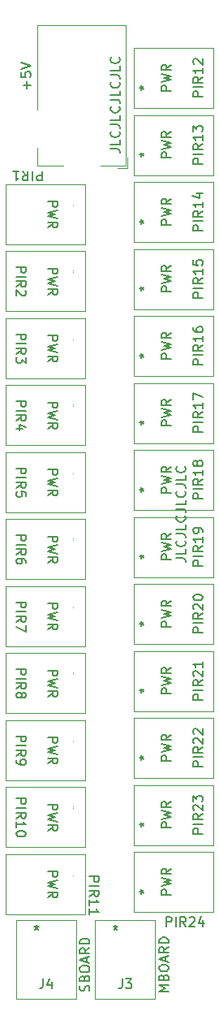
<source format=gto>
%TF.GenerationSoftware,KiCad,Pcbnew,5.1.10*%
%TF.CreationDate,2021-12-13T09:13:28+01:00*%
%TF.ProjectId,power_board,706f7765-725f-4626-9f61-72642e6b6963,rev?*%
%TF.SameCoordinates,Original*%
%TF.FileFunction,Legend,Top*%
%TF.FilePolarity,Positive*%
%FSLAX46Y46*%
G04 Gerber Fmt 4.6, Leading zero omitted, Abs format (unit mm)*
G04 Created by KiCad (PCBNEW 5.1.10) date 2021-12-13 09:13:28*
%MOMM*%
%LPD*%
G01*
G04 APERTURE LIST*
%ADD10C,0.150000*%
%ADD11C,0.153000*%
%ADD12C,0.120000*%
%ADD13C,1.397000*%
%ADD14R,3.500000X3.500000*%
G04 APERTURE END LIST*
D10*
X103592380Y-35607047D02*
X104306666Y-35607047D01*
X104449523Y-35654666D01*
X104544761Y-35749904D01*
X104592380Y-35892761D01*
X104592380Y-35988000D01*
X104592380Y-34654666D02*
X104592380Y-35130857D01*
X103592380Y-35130857D01*
X104497142Y-33749904D02*
X104544761Y-33797523D01*
X104592380Y-33940380D01*
X104592380Y-34035619D01*
X104544761Y-34178476D01*
X104449523Y-34273714D01*
X104354285Y-34321333D01*
X104163809Y-34368952D01*
X104020952Y-34368952D01*
X103830476Y-34321333D01*
X103735238Y-34273714D01*
X103640000Y-34178476D01*
X103592380Y-34035619D01*
X103592380Y-33940380D01*
X103640000Y-33797523D01*
X103687619Y-33749904D01*
X103592380Y-33035619D02*
X104306666Y-33035619D01*
X104449523Y-33083238D01*
X104544761Y-33178476D01*
X104592380Y-33321333D01*
X104592380Y-33416571D01*
X104592380Y-32083238D02*
X104592380Y-32559428D01*
X103592380Y-32559428D01*
X104497142Y-31178476D02*
X104544761Y-31226095D01*
X104592380Y-31368952D01*
X104592380Y-31464190D01*
X104544761Y-31607047D01*
X104449523Y-31702285D01*
X104354285Y-31749904D01*
X104163809Y-31797523D01*
X104020952Y-31797523D01*
X103830476Y-31749904D01*
X103735238Y-31702285D01*
X103640000Y-31607047D01*
X103592380Y-31464190D01*
X103592380Y-31368952D01*
X103640000Y-31226095D01*
X103687619Y-31178476D01*
X103592380Y-30464190D02*
X104306666Y-30464190D01*
X104449523Y-30511809D01*
X104544761Y-30607047D01*
X104592380Y-30749904D01*
X104592380Y-30845142D01*
X104592380Y-29511809D02*
X104592380Y-29988000D01*
X103592380Y-29988000D01*
X104497142Y-28607047D02*
X104544761Y-28654666D01*
X104592380Y-28797523D01*
X104592380Y-28892761D01*
X104544761Y-29035619D01*
X104449523Y-29130857D01*
X104354285Y-29178476D01*
X104163809Y-29226095D01*
X104020952Y-29226095D01*
X103830476Y-29178476D01*
X103735238Y-29130857D01*
X103640000Y-29035619D01*
X103592380Y-28892761D01*
X103592380Y-28797523D01*
X103640000Y-28654666D01*
X103687619Y-28607047D01*
X103592380Y-27892761D02*
X104306666Y-27892761D01*
X104449523Y-27940380D01*
X104544761Y-28035619D01*
X104592380Y-28178476D01*
X104592380Y-28273714D01*
X104592380Y-26940380D02*
X104592380Y-27416571D01*
X103592380Y-27416571D01*
X104497142Y-26035619D02*
X104544761Y-26083238D01*
X104592380Y-26226095D01*
X104592380Y-26321333D01*
X104544761Y-26464190D01*
X104449523Y-26559428D01*
X104354285Y-26607047D01*
X104163809Y-26654666D01*
X104020952Y-26654666D01*
X103830476Y-26607047D01*
X103735238Y-26559428D01*
X103640000Y-26464190D01*
X103592380Y-26321333D01*
X103592380Y-26226095D01*
X103640000Y-26083238D01*
X103687619Y-26035619D01*
D11*
X110450380Y-78279047D02*
X111164666Y-78279047D01*
X111307523Y-78326666D01*
X111402761Y-78421904D01*
X111450380Y-78564761D01*
X111450380Y-78660000D01*
X111450380Y-77326666D02*
X111450380Y-77802857D01*
X110450380Y-77802857D01*
X111355142Y-76421904D02*
X111402761Y-76469523D01*
X111450380Y-76612380D01*
X111450380Y-76707619D01*
X111402761Y-76850476D01*
X111307523Y-76945714D01*
X111212285Y-76993333D01*
X111021809Y-77040952D01*
X110878952Y-77040952D01*
X110688476Y-76993333D01*
X110593238Y-76945714D01*
X110498000Y-76850476D01*
X110450380Y-76707619D01*
X110450380Y-76612380D01*
X110498000Y-76469523D01*
X110545619Y-76421904D01*
X110450380Y-75707619D02*
X111164666Y-75707619D01*
X111307523Y-75755238D01*
X111402761Y-75850476D01*
X111450380Y-75993333D01*
X111450380Y-76088571D01*
X111450380Y-74755238D02*
X111450380Y-75231428D01*
X110450380Y-75231428D01*
X111355142Y-73850476D02*
X111402761Y-73898095D01*
X111450380Y-74040952D01*
X111450380Y-74136190D01*
X111402761Y-74279047D01*
X111307523Y-74374285D01*
X111212285Y-74421904D01*
X111021809Y-74469523D01*
X110878952Y-74469523D01*
X110688476Y-74421904D01*
X110593238Y-74374285D01*
X110498000Y-74279047D01*
X110450380Y-74136190D01*
X110450380Y-74040952D01*
X110498000Y-73898095D01*
X110545619Y-73850476D01*
X110450380Y-73136190D02*
X111164666Y-73136190D01*
X111307523Y-73183809D01*
X111402761Y-73279047D01*
X111450380Y-73421904D01*
X111450380Y-73517142D01*
X111450380Y-72183809D02*
X111450380Y-72660000D01*
X110450380Y-72660000D01*
X111355142Y-71279047D02*
X111402761Y-71326666D01*
X111450380Y-71469523D01*
X111450380Y-71564761D01*
X111402761Y-71707619D01*
X111307523Y-71802857D01*
X111212285Y-71850476D01*
X111021809Y-71898095D01*
X110878952Y-71898095D01*
X110688476Y-71850476D01*
X110593238Y-71802857D01*
X110498000Y-71707619D01*
X110450380Y-71564761D01*
X110450380Y-71469523D01*
X110498000Y-71326666D01*
X110545619Y-71279047D01*
X110450380Y-70564761D02*
X111164666Y-70564761D01*
X111307523Y-70612380D01*
X111402761Y-70707619D01*
X111450380Y-70850476D01*
X111450380Y-70945714D01*
X111450380Y-69612380D02*
X111450380Y-70088571D01*
X110450380Y-70088571D01*
X111355142Y-68707619D02*
X111402761Y-68755238D01*
X111450380Y-68898095D01*
X111450380Y-68993333D01*
X111402761Y-69136190D01*
X111307523Y-69231428D01*
X111212285Y-69279047D01*
X111021809Y-69326666D01*
X110878952Y-69326666D01*
X110688476Y-69279047D01*
X110593238Y-69231428D01*
X110498000Y-69136190D01*
X110450380Y-68993333D01*
X110450380Y-68898095D01*
X110498000Y-68755238D01*
X110545619Y-68707619D01*
D12*
X102015801Y-115978000D02*
X102015801Y-124233000D01*
X108264201Y-115978000D02*
X102015801Y-115978000D01*
X108264201Y-124233000D02*
X108264201Y-115978000D01*
X102015801Y-124233000D02*
X108264201Y-124233000D01*
X93760800Y-115978000D02*
X93760800Y-124233000D01*
X100009200Y-115978000D02*
X93760800Y-115978000D01*
X100009200Y-124233000D02*
X100009200Y-115978000D01*
X93760800Y-124233000D02*
X100009200Y-124233000D01*
X100938000Y-95157800D02*
X92683000Y-95157800D01*
X100938000Y-101406200D02*
X100938000Y-95157800D01*
X92683000Y-101406200D02*
X100938000Y-101406200D01*
X92683000Y-95157800D02*
X92683000Y-101406200D01*
X100938000Y-88172800D02*
X92683000Y-88172800D01*
X100938000Y-94421200D02*
X100938000Y-88172800D01*
X92683000Y-94421200D02*
X100938000Y-94421200D01*
X92683000Y-88172800D02*
X92683000Y-94421200D01*
X100938000Y-81187800D02*
X92683000Y-81187800D01*
X100938000Y-87436200D02*
X100938000Y-81187800D01*
X92683000Y-87436200D02*
X100938000Y-87436200D01*
X92683000Y-81187800D02*
X92683000Y-87436200D01*
X100938000Y-74202800D02*
X92683000Y-74202800D01*
X100938000Y-80451200D02*
X100938000Y-74202800D01*
X92683000Y-80451200D02*
X100938000Y-80451200D01*
X92683000Y-74202800D02*
X92683000Y-80451200D01*
X100938000Y-67217800D02*
X92683000Y-67217800D01*
X100938000Y-73466200D02*
X100938000Y-67217800D01*
X92683000Y-73466200D02*
X100938000Y-73466200D01*
X92683000Y-67217800D02*
X92683000Y-73466200D01*
X100938000Y-60232800D02*
X92683000Y-60232800D01*
X100938000Y-66481200D02*
X100938000Y-60232800D01*
X92683000Y-66481200D02*
X100938000Y-66481200D01*
X92683000Y-60232800D02*
X92683000Y-66481200D01*
X100938000Y-53247801D02*
X92683000Y-53247801D01*
X100938000Y-59496201D02*
X100938000Y-53247801D01*
X92683000Y-59496201D02*
X100938000Y-59496201D01*
X92683000Y-53247801D02*
X92683000Y-59496201D01*
X100938000Y-46262800D02*
X92683000Y-46262800D01*
X100938000Y-52511200D02*
X100938000Y-46262800D01*
X92683000Y-52511200D02*
X100938000Y-52511200D01*
X92683000Y-46262800D02*
X92683000Y-52511200D01*
X100938000Y-39277801D02*
X92683000Y-39277801D01*
X100938000Y-45526201D02*
X100938000Y-39277801D01*
X92683000Y-45526201D02*
X100938000Y-45526201D01*
X92683000Y-39277801D02*
X92683000Y-45526201D01*
X100938000Y-102142800D02*
X92683000Y-102142800D01*
X100938000Y-108391200D02*
X100938000Y-102142800D01*
X92683000Y-108391200D02*
X100938000Y-108391200D01*
X92683000Y-102142800D02*
X92683000Y-108391200D01*
X100938000Y-109127800D02*
X92683000Y-109127800D01*
X100938000Y-115376200D02*
X100938000Y-109127800D01*
X92683000Y-115376200D02*
X100938000Y-115376200D01*
X92683000Y-109127800D02*
X92683000Y-115376200D01*
X106072000Y-31334200D02*
X114327000Y-31334200D01*
X106072000Y-25085800D02*
X106072000Y-31334200D01*
X114327000Y-25085800D02*
X106072000Y-25085800D01*
X114327000Y-31334200D02*
X114327000Y-25085800D01*
X106072000Y-38319200D02*
X114327000Y-38319200D01*
X106072000Y-32070800D02*
X106072000Y-38319200D01*
X114327000Y-32070800D02*
X106072000Y-32070800D01*
X114327000Y-38319200D02*
X114327000Y-32070800D01*
X106072000Y-45304200D02*
X114327000Y-45304200D01*
X106072000Y-39055800D02*
X106072000Y-45304200D01*
X114327000Y-39055800D02*
X106072000Y-39055800D01*
X114327000Y-45304200D02*
X114327000Y-39055800D01*
X106072000Y-52289199D02*
X114327000Y-52289199D01*
X106072000Y-46040799D02*
X106072000Y-52289199D01*
X114327000Y-46040799D02*
X106072000Y-46040799D01*
X114327000Y-52289199D02*
X114327000Y-46040799D01*
X106072000Y-59274200D02*
X114327000Y-59274200D01*
X106072000Y-53025800D02*
X106072000Y-59274200D01*
X114327000Y-53025800D02*
X106072000Y-53025800D01*
X114327000Y-59274200D02*
X114327000Y-53025800D01*
X106072000Y-66259199D02*
X114327000Y-66259199D01*
X106072000Y-60010799D02*
X106072000Y-66259199D01*
X114327000Y-60010799D02*
X106072000Y-60010799D01*
X114327000Y-66259199D02*
X114327000Y-60010799D01*
X106072000Y-73244200D02*
X114327000Y-73244200D01*
X106072000Y-66995800D02*
X106072000Y-73244200D01*
X114327000Y-66995800D02*
X106072000Y-66995800D01*
X114327000Y-73244200D02*
X114327000Y-66995800D01*
X106072000Y-80229199D02*
X114327000Y-80229199D01*
X106072000Y-73980799D02*
X106072000Y-80229199D01*
X114327000Y-73980799D02*
X106072000Y-73980799D01*
X114327000Y-80229199D02*
X114327000Y-73980799D01*
X106072000Y-87214200D02*
X114327000Y-87214200D01*
X106072000Y-80965800D02*
X106072000Y-87214200D01*
X114327000Y-80965800D02*
X106072000Y-80965800D01*
X114327000Y-87214200D02*
X114327000Y-80965800D01*
X106072000Y-94199200D02*
X114327000Y-94199200D01*
X106072000Y-87950800D02*
X106072000Y-94199200D01*
X114327000Y-87950800D02*
X106072000Y-87950800D01*
X114327000Y-94199200D02*
X114327000Y-87950800D01*
X106072000Y-101184200D02*
X114327000Y-101184200D01*
X106072000Y-94935800D02*
X106072000Y-101184200D01*
X114327000Y-94935800D02*
X106072000Y-94935800D01*
X114327000Y-101184200D02*
X114327000Y-94935800D01*
X106072000Y-108169200D02*
X114327000Y-108169200D01*
X106072000Y-101920800D02*
X106072000Y-108169200D01*
X114327000Y-101920800D02*
X106072000Y-101920800D01*
X114327000Y-108169200D02*
X114327000Y-101920800D01*
X106072000Y-115154199D02*
X114327000Y-115154199D01*
X106072000Y-108905799D02*
X106072000Y-115154199D01*
X114327000Y-108905799D02*
X106072000Y-108905799D01*
X114327000Y-115154199D02*
X114327000Y-108905799D01*
X105185000Y-37380000D02*
X102585000Y-37380000D01*
X105185000Y-22680000D02*
X105185000Y-37380000D01*
X95985000Y-37380000D02*
X95985000Y-35480000D01*
X98685000Y-37380000D02*
X95985000Y-37380000D01*
X95985000Y-22680000D02*
X105185000Y-22680000D01*
X95985000Y-31480000D02*
X95985000Y-22680000D01*
X105385000Y-36530000D02*
X105385000Y-37580000D01*
X104335000Y-37580000D02*
X105385000Y-37580000D01*
D10*
X104822667Y-122134380D02*
X104822667Y-122848666D01*
X104775048Y-122991523D01*
X104679810Y-123086761D01*
X104536953Y-123134380D01*
X104441715Y-123134380D01*
X105203620Y-122134380D02*
X105822667Y-122134380D01*
X105489334Y-122515333D01*
X105632191Y-122515333D01*
X105727429Y-122562952D01*
X105775048Y-122610571D01*
X105822667Y-122705809D01*
X105822667Y-122943904D01*
X105775048Y-123039142D01*
X105727429Y-123086761D01*
X105632191Y-123134380D01*
X105346477Y-123134380D01*
X105251239Y-123086761D01*
X105203620Y-123039142D01*
X109672380Y-123435714D02*
X108672380Y-123435714D01*
X109386666Y-123102380D01*
X108672380Y-122769047D01*
X109672380Y-122769047D01*
X109148571Y-121959523D02*
X109196190Y-121816666D01*
X109243809Y-121769047D01*
X109339047Y-121721428D01*
X109481904Y-121721428D01*
X109577142Y-121769047D01*
X109624761Y-121816666D01*
X109672380Y-121911904D01*
X109672380Y-122292857D01*
X108672380Y-122292857D01*
X108672380Y-121959523D01*
X108720000Y-121864285D01*
X108767619Y-121816666D01*
X108862857Y-121769047D01*
X108958095Y-121769047D01*
X109053333Y-121816666D01*
X109100952Y-121864285D01*
X109148571Y-121959523D01*
X109148571Y-122292857D01*
X108672380Y-121102380D02*
X108672380Y-120911904D01*
X108720000Y-120816666D01*
X108815238Y-120721428D01*
X109005714Y-120673809D01*
X109339047Y-120673809D01*
X109529523Y-120721428D01*
X109624761Y-120816666D01*
X109672380Y-120911904D01*
X109672380Y-121102380D01*
X109624761Y-121197619D01*
X109529523Y-121292857D01*
X109339047Y-121340476D01*
X109005714Y-121340476D01*
X108815238Y-121292857D01*
X108720000Y-121197619D01*
X108672380Y-121102380D01*
X109386666Y-120292857D02*
X109386666Y-119816666D01*
X109672380Y-120388095D02*
X108672380Y-120054761D01*
X109672380Y-119721428D01*
X109672380Y-118816666D02*
X109196190Y-119150000D01*
X109672380Y-119388095D02*
X108672380Y-119388095D01*
X108672380Y-119007142D01*
X108720000Y-118911904D01*
X108767619Y-118864285D01*
X108862857Y-118816666D01*
X109005714Y-118816666D01*
X109100952Y-118864285D01*
X109148571Y-118911904D01*
X109196190Y-119007142D01*
X109196190Y-119388095D01*
X109672380Y-118388095D02*
X108672380Y-118388095D01*
X108672380Y-118150000D01*
X108720000Y-118007142D01*
X108815238Y-117911904D01*
X108910476Y-117864285D01*
X109100952Y-117816666D01*
X109243809Y-117816666D01*
X109434285Y-117864285D01*
X109529523Y-117911904D01*
X109624761Y-118007142D01*
X109672380Y-118150000D01*
X109672380Y-118388095D01*
X104140001Y-116546380D02*
X104140001Y-116784476D01*
X103901905Y-116689238D02*
X104140001Y-116784476D01*
X104378096Y-116689238D01*
X103997143Y-116974952D02*
X104140001Y-116784476D01*
X104282858Y-116974952D01*
X96567666Y-122134380D02*
X96567666Y-122848666D01*
X96520047Y-122991523D01*
X96424809Y-123086761D01*
X96281952Y-123134380D01*
X96186714Y-123134380D01*
X97472428Y-122467714D02*
X97472428Y-123134380D01*
X97234333Y-122086761D02*
X96996238Y-122801047D01*
X97615285Y-122801047D01*
X101369761Y-123388095D02*
X101417380Y-123245238D01*
X101417380Y-123007142D01*
X101369761Y-122911904D01*
X101322142Y-122864285D01*
X101226904Y-122816666D01*
X101131666Y-122816666D01*
X101036428Y-122864285D01*
X100988809Y-122911904D01*
X100941190Y-123007142D01*
X100893571Y-123197619D01*
X100845952Y-123292857D01*
X100798333Y-123340476D01*
X100703095Y-123388095D01*
X100607857Y-123388095D01*
X100512619Y-123340476D01*
X100465000Y-123292857D01*
X100417380Y-123197619D01*
X100417380Y-122959523D01*
X100465000Y-122816666D01*
X100893571Y-122054761D02*
X100941190Y-121911904D01*
X100988809Y-121864285D01*
X101084047Y-121816666D01*
X101226904Y-121816666D01*
X101322142Y-121864285D01*
X101369761Y-121911904D01*
X101417380Y-122007142D01*
X101417380Y-122388095D01*
X100417380Y-122388095D01*
X100417380Y-122054761D01*
X100465000Y-121959523D01*
X100512619Y-121911904D01*
X100607857Y-121864285D01*
X100703095Y-121864285D01*
X100798333Y-121911904D01*
X100845952Y-121959523D01*
X100893571Y-122054761D01*
X100893571Y-122388095D01*
X100417380Y-121197619D02*
X100417380Y-121007142D01*
X100465000Y-120911904D01*
X100560238Y-120816666D01*
X100750714Y-120769047D01*
X101084047Y-120769047D01*
X101274523Y-120816666D01*
X101369761Y-120911904D01*
X101417380Y-121007142D01*
X101417380Y-121197619D01*
X101369761Y-121292857D01*
X101274523Y-121388095D01*
X101084047Y-121435714D01*
X100750714Y-121435714D01*
X100560238Y-121388095D01*
X100465000Y-121292857D01*
X100417380Y-121197619D01*
X101131666Y-120388095D02*
X101131666Y-119911904D01*
X101417380Y-120483333D02*
X100417380Y-120150000D01*
X101417380Y-119816666D01*
X101417380Y-118911904D02*
X100941190Y-119245238D01*
X101417380Y-119483333D02*
X100417380Y-119483333D01*
X100417380Y-119102380D01*
X100465000Y-119007142D01*
X100512619Y-118959523D01*
X100607857Y-118911904D01*
X100750714Y-118911904D01*
X100845952Y-118959523D01*
X100893571Y-119007142D01*
X100941190Y-119102380D01*
X100941190Y-119483333D01*
X101417380Y-118483333D02*
X100417380Y-118483333D01*
X100417380Y-118245238D01*
X100465000Y-118102380D01*
X100560238Y-118007142D01*
X100655476Y-117959523D01*
X100845952Y-117911904D01*
X100988809Y-117911904D01*
X101179285Y-117959523D01*
X101274523Y-118007142D01*
X101369761Y-118102380D01*
X101417380Y-118245238D01*
X101417380Y-118483333D01*
X95885000Y-116546380D02*
X95885000Y-116784476D01*
X95646904Y-116689238D02*
X95885000Y-116784476D01*
X96123095Y-116689238D01*
X95742142Y-116974952D02*
X95885000Y-116784476D01*
X96027857Y-116974952D01*
X93781619Y-96821809D02*
X94781619Y-96821809D01*
X94781619Y-97202761D01*
X94734000Y-97298000D01*
X94686380Y-97345619D01*
X94591142Y-97393238D01*
X94448285Y-97393238D01*
X94353047Y-97345619D01*
X94305428Y-97298000D01*
X94257809Y-97202761D01*
X94257809Y-96821809D01*
X93781619Y-97821809D02*
X94781619Y-97821809D01*
X93781619Y-98869428D02*
X94257809Y-98536095D01*
X93781619Y-98298000D02*
X94781619Y-98298000D01*
X94781619Y-98678952D01*
X94734000Y-98774190D01*
X94686380Y-98821809D01*
X94591142Y-98869428D01*
X94448285Y-98869428D01*
X94353047Y-98821809D01*
X94305428Y-98774190D01*
X94257809Y-98678952D01*
X94257809Y-98298000D01*
X93781619Y-99345619D02*
X93781619Y-99536095D01*
X93829238Y-99631333D01*
X93876857Y-99678952D01*
X94019714Y-99774190D01*
X94210190Y-99821809D01*
X94591142Y-99821809D01*
X94686380Y-99774190D01*
X94734000Y-99726571D01*
X94781619Y-99631333D01*
X94781619Y-99440857D01*
X94734000Y-99345619D01*
X94686380Y-99298000D01*
X94591142Y-99250380D01*
X94353047Y-99250380D01*
X94257809Y-99298000D01*
X94210190Y-99345619D01*
X94162571Y-99440857D01*
X94162571Y-99631333D01*
X94210190Y-99726571D01*
X94257809Y-99774190D01*
X94353047Y-99821809D01*
X97083619Y-96964666D02*
X98083619Y-96964666D01*
X98083619Y-97345619D01*
X98036000Y-97440857D01*
X97988380Y-97488476D01*
X97893142Y-97536095D01*
X97750285Y-97536095D01*
X97655047Y-97488476D01*
X97607428Y-97440857D01*
X97559809Y-97345619D01*
X97559809Y-96964666D01*
X98083619Y-97869428D02*
X97083619Y-98107523D01*
X97797904Y-98298000D01*
X97083619Y-98488476D01*
X98083619Y-98726571D01*
X97083619Y-99678952D02*
X97559809Y-99345619D01*
X97083619Y-99107523D02*
X98083619Y-99107523D01*
X98083619Y-99488476D01*
X98036000Y-99583714D01*
X97988380Y-99631333D01*
X97893142Y-99678952D01*
X97750285Y-99678952D01*
X97655047Y-99631333D01*
X97607428Y-99583714D01*
X97559809Y-99488476D01*
X97559809Y-99107523D01*
X99274380Y-97282000D02*
X99512476Y-97282000D01*
X99417238Y-97520095D02*
X99512476Y-97282000D01*
X99417238Y-97043904D01*
X99702952Y-97424857D02*
X99512476Y-97282000D01*
X99702952Y-97139142D01*
X93781619Y-89836809D02*
X94781619Y-89836809D01*
X94781619Y-90217761D01*
X94734000Y-90313000D01*
X94686380Y-90360619D01*
X94591142Y-90408238D01*
X94448285Y-90408238D01*
X94353047Y-90360619D01*
X94305428Y-90313000D01*
X94257809Y-90217761D01*
X94257809Y-89836809D01*
X93781619Y-90836809D02*
X94781619Y-90836809D01*
X93781619Y-91884428D02*
X94257809Y-91551095D01*
X93781619Y-91313000D02*
X94781619Y-91313000D01*
X94781619Y-91693952D01*
X94734000Y-91789190D01*
X94686380Y-91836809D01*
X94591142Y-91884428D01*
X94448285Y-91884428D01*
X94353047Y-91836809D01*
X94305428Y-91789190D01*
X94257809Y-91693952D01*
X94257809Y-91313000D01*
X94353047Y-92455857D02*
X94400666Y-92360619D01*
X94448285Y-92313000D01*
X94543523Y-92265380D01*
X94591142Y-92265380D01*
X94686380Y-92313000D01*
X94734000Y-92360619D01*
X94781619Y-92455857D01*
X94781619Y-92646333D01*
X94734000Y-92741571D01*
X94686380Y-92789190D01*
X94591142Y-92836809D01*
X94543523Y-92836809D01*
X94448285Y-92789190D01*
X94400666Y-92741571D01*
X94353047Y-92646333D01*
X94353047Y-92455857D01*
X94305428Y-92360619D01*
X94257809Y-92313000D01*
X94162571Y-92265380D01*
X93972095Y-92265380D01*
X93876857Y-92313000D01*
X93829238Y-92360619D01*
X93781619Y-92455857D01*
X93781619Y-92646333D01*
X93829238Y-92741571D01*
X93876857Y-92789190D01*
X93972095Y-92836809D01*
X94162571Y-92836809D01*
X94257809Y-92789190D01*
X94305428Y-92741571D01*
X94353047Y-92646333D01*
X97083619Y-89979666D02*
X98083619Y-89979666D01*
X98083619Y-90360619D01*
X98036000Y-90455857D01*
X97988380Y-90503476D01*
X97893142Y-90551095D01*
X97750285Y-90551095D01*
X97655047Y-90503476D01*
X97607428Y-90455857D01*
X97559809Y-90360619D01*
X97559809Y-89979666D01*
X98083619Y-90884428D02*
X97083619Y-91122523D01*
X97797904Y-91313000D01*
X97083619Y-91503476D01*
X98083619Y-91741571D01*
X97083619Y-92693952D02*
X97559809Y-92360619D01*
X97083619Y-92122523D02*
X98083619Y-92122523D01*
X98083619Y-92503476D01*
X98036000Y-92598714D01*
X97988380Y-92646333D01*
X97893142Y-92693952D01*
X97750285Y-92693952D01*
X97655047Y-92646333D01*
X97607428Y-92598714D01*
X97559809Y-92503476D01*
X97559809Y-92122523D01*
X99274380Y-90297000D02*
X99512476Y-90297000D01*
X99417238Y-90535095D02*
X99512476Y-90297000D01*
X99417238Y-90058904D01*
X99702952Y-90439857D02*
X99512476Y-90297000D01*
X99702952Y-90154142D01*
X93781619Y-82851809D02*
X94781619Y-82851809D01*
X94781619Y-83232761D01*
X94734000Y-83328000D01*
X94686380Y-83375619D01*
X94591142Y-83423238D01*
X94448285Y-83423238D01*
X94353047Y-83375619D01*
X94305428Y-83328000D01*
X94257809Y-83232761D01*
X94257809Y-82851809D01*
X93781619Y-83851809D02*
X94781619Y-83851809D01*
X93781619Y-84899428D02*
X94257809Y-84566095D01*
X93781619Y-84328000D02*
X94781619Y-84328000D01*
X94781619Y-84708952D01*
X94734000Y-84804190D01*
X94686380Y-84851809D01*
X94591142Y-84899428D01*
X94448285Y-84899428D01*
X94353047Y-84851809D01*
X94305428Y-84804190D01*
X94257809Y-84708952D01*
X94257809Y-84328000D01*
X94781619Y-85232761D02*
X94781619Y-85899428D01*
X93781619Y-85470857D01*
X97083619Y-82994666D02*
X98083619Y-82994666D01*
X98083619Y-83375619D01*
X98036000Y-83470857D01*
X97988380Y-83518476D01*
X97893142Y-83566095D01*
X97750285Y-83566095D01*
X97655047Y-83518476D01*
X97607428Y-83470857D01*
X97559809Y-83375619D01*
X97559809Y-82994666D01*
X98083619Y-83899428D02*
X97083619Y-84137523D01*
X97797904Y-84328000D01*
X97083619Y-84518476D01*
X98083619Y-84756571D01*
X97083619Y-85708952D02*
X97559809Y-85375619D01*
X97083619Y-85137523D02*
X98083619Y-85137523D01*
X98083619Y-85518476D01*
X98036000Y-85613714D01*
X97988380Y-85661333D01*
X97893142Y-85708952D01*
X97750285Y-85708952D01*
X97655047Y-85661333D01*
X97607428Y-85613714D01*
X97559809Y-85518476D01*
X97559809Y-85137523D01*
X99274380Y-83312000D02*
X99512476Y-83312000D01*
X99417238Y-83550095D02*
X99512476Y-83312000D01*
X99417238Y-83073904D01*
X99702952Y-83454857D02*
X99512476Y-83312000D01*
X99702952Y-83169142D01*
X93781619Y-75866809D02*
X94781619Y-75866809D01*
X94781619Y-76247761D01*
X94734000Y-76343000D01*
X94686380Y-76390619D01*
X94591142Y-76438238D01*
X94448285Y-76438238D01*
X94353047Y-76390619D01*
X94305428Y-76343000D01*
X94257809Y-76247761D01*
X94257809Y-75866809D01*
X93781619Y-76866809D02*
X94781619Y-76866809D01*
X93781619Y-77914428D02*
X94257809Y-77581095D01*
X93781619Y-77343000D02*
X94781619Y-77343000D01*
X94781619Y-77723952D01*
X94734000Y-77819190D01*
X94686380Y-77866809D01*
X94591142Y-77914428D01*
X94448285Y-77914428D01*
X94353047Y-77866809D01*
X94305428Y-77819190D01*
X94257809Y-77723952D01*
X94257809Y-77343000D01*
X94781619Y-78771571D02*
X94781619Y-78581095D01*
X94734000Y-78485857D01*
X94686380Y-78438238D01*
X94543523Y-78343000D01*
X94353047Y-78295380D01*
X93972095Y-78295380D01*
X93876857Y-78343000D01*
X93829238Y-78390619D01*
X93781619Y-78485857D01*
X93781619Y-78676333D01*
X93829238Y-78771571D01*
X93876857Y-78819190D01*
X93972095Y-78866809D01*
X94210190Y-78866809D01*
X94305428Y-78819190D01*
X94353047Y-78771571D01*
X94400666Y-78676333D01*
X94400666Y-78485857D01*
X94353047Y-78390619D01*
X94305428Y-78343000D01*
X94210190Y-78295380D01*
X97083619Y-76009666D02*
X98083619Y-76009666D01*
X98083619Y-76390619D01*
X98036000Y-76485857D01*
X97988380Y-76533476D01*
X97893142Y-76581095D01*
X97750285Y-76581095D01*
X97655047Y-76533476D01*
X97607428Y-76485857D01*
X97559809Y-76390619D01*
X97559809Y-76009666D01*
X98083619Y-76914428D02*
X97083619Y-77152523D01*
X97797904Y-77343000D01*
X97083619Y-77533476D01*
X98083619Y-77771571D01*
X97083619Y-78723952D02*
X97559809Y-78390619D01*
X97083619Y-78152523D02*
X98083619Y-78152523D01*
X98083619Y-78533476D01*
X98036000Y-78628714D01*
X97988380Y-78676333D01*
X97893142Y-78723952D01*
X97750285Y-78723952D01*
X97655047Y-78676333D01*
X97607428Y-78628714D01*
X97559809Y-78533476D01*
X97559809Y-78152523D01*
X99274380Y-76327000D02*
X99512476Y-76327000D01*
X99417238Y-76565095D02*
X99512476Y-76327000D01*
X99417238Y-76088904D01*
X99702952Y-76469857D02*
X99512476Y-76327000D01*
X99702952Y-76184142D01*
X93781619Y-68881809D02*
X94781619Y-68881809D01*
X94781619Y-69262761D01*
X94734000Y-69358000D01*
X94686380Y-69405619D01*
X94591142Y-69453238D01*
X94448285Y-69453238D01*
X94353047Y-69405619D01*
X94305428Y-69358000D01*
X94257809Y-69262761D01*
X94257809Y-68881809D01*
X93781619Y-69881809D02*
X94781619Y-69881809D01*
X93781619Y-70929428D02*
X94257809Y-70596095D01*
X93781619Y-70358000D02*
X94781619Y-70358000D01*
X94781619Y-70738952D01*
X94734000Y-70834190D01*
X94686380Y-70881809D01*
X94591142Y-70929428D01*
X94448285Y-70929428D01*
X94353047Y-70881809D01*
X94305428Y-70834190D01*
X94257809Y-70738952D01*
X94257809Y-70358000D01*
X94781619Y-71834190D02*
X94781619Y-71358000D01*
X94305428Y-71310380D01*
X94353047Y-71358000D01*
X94400666Y-71453238D01*
X94400666Y-71691333D01*
X94353047Y-71786571D01*
X94305428Y-71834190D01*
X94210190Y-71881809D01*
X93972095Y-71881809D01*
X93876857Y-71834190D01*
X93829238Y-71786571D01*
X93781619Y-71691333D01*
X93781619Y-71453238D01*
X93829238Y-71358000D01*
X93876857Y-71310380D01*
X97083619Y-69024666D02*
X98083619Y-69024666D01*
X98083619Y-69405619D01*
X98036000Y-69500857D01*
X97988380Y-69548476D01*
X97893142Y-69596095D01*
X97750285Y-69596095D01*
X97655047Y-69548476D01*
X97607428Y-69500857D01*
X97559809Y-69405619D01*
X97559809Y-69024666D01*
X98083619Y-69929428D02*
X97083619Y-70167523D01*
X97797904Y-70358000D01*
X97083619Y-70548476D01*
X98083619Y-70786571D01*
X97083619Y-71738952D02*
X97559809Y-71405619D01*
X97083619Y-71167523D02*
X98083619Y-71167523D01*
X98083619Y-71548476D01*
X98036000Y-71643714D01*
X97988380Y-71691333D01*
X97893142Y-71738952D01*
X97750285Y-71738952D01*
X97655047Y-71691333D01*
X97607428Y-71643714D01*
X97559809Y-71548476D01*
X97559809Y-71167523D01*
X99274380Y-69342000D02*
X99512476Y-69342000D01*
X99417238Y-69580095D02*
X99512476Y-69342000D01*
X99417238Y-69103904D01*
X99702952Y-69484857D02*
X99512476Y-69342000D01*
X99702952Y-69199142D01*
X93781619Y-61896809D02*
X94781619Y-61896809D01*
X94781619Y-62277761D01*
X94734000Y-62373000D01*
X94686380Y-62420619D01*
X94591142Y-62468238D01*
X94448285Y-62468238D01*
X94353047Y-62420619D01*
X94305428Y-62373000D01*
X94257809Y-62277761D01*
X94257809Y-61896809D01*
X93781619Y-62896809D02*
X94781619Y-62896809D01*
X93781619Y-63944428D02*
X94257809Y-63611095D01*
X93781619Y-63373000D02*
X94781619Y-63373000D01*
X94781619Y-63753952D01*
X94734000Y-63849190D01*
X94686380Y-63896809D01*
X94591142Y-63944428D01*
X94448285Y-63944428D01*
X94353047Y-63896809D01*
X94305428Y-63849190D01*
X94257809Y-63753952D01*
X94257809Y-63373000D01*
X94448285Y-64801571D02*
X93781619Y-64801571D01*
X94829238Y-64563476D02*
X94114952Y-64325380D01*
X94114952Y-64944428D01*
X97083619Y-62039666D02*
X98083619Y-62039666D01*
X98083619Y-62420619D01*
X98036000Y-62515857D01*
X97988380Y-62563476D01*
X97893142Y-62611095D01*
X97750285Y-62611095D01*
X97655047Y-62563476D01*
X97607428Y-62515857D01*
X97559809Y-62420619D01*
X97559809Y-62039666D01*
X98083619Y-62944428D02*
X97083619Y-63182523D01*
X97797904Y-63373000D01*
X97083619Y-63563476D01*
X98083619Y-63801571D01*
X97083619Y-64753952D02*
X97559809Y-64420619D01*
X97083619Y-64182523D02*
X98083619Y-64182523D01*
X98083619Y-64563476D01*
X98036000Y-64658714D01*
X97988380Y-64706333D01*
X97893142Y-64753952D01*
X97750285Y-64753952D01*
X97655047Y-64706333D01*
X97607428Y-64658714D01*
X97559809Y-64563476D01*
X97559809Y-64182523D01*
X99274380Y-62357000D02*
X99512476Y-62357000D01*
X99417238Y-62595095D02*
X99512476Y-62357000D01*
X99417238Y-62118904D01*
X99702952Y-62499857D02*
X99512476Y-62357000D01*
X99702952Y-62214142D01*
X93781619Y-54911810D02*
X94781619Y-54911810D01*
X94781619Y-55292762D01*
X94734000Y-55388001D01*
X94686380Y-55435620D01*
X94591142Y-55483239D01*
X94448285Y-55483239D01*
X94353047Y-55435620D01*
X94305428Y-55388001D01*
X94257809Y-55292762D01*
X94257809Y-54911810D01*
X93781619Y-55911810D02*
X94781619Y-55911810D01*
X93781619Y-56959429D02*
X94257809Y-56626096D01*
X93781619Y-56388001D02*
X94781619Y-56388001D01*
X94781619Y-56768953D01*
X94734000Y-56864191D01*
X94686380Y-56911810D01*
X94591142Y-56959429D01*
X94448285Y-56959429D01*
X94353047Y-56911810D01*
X94305428Y-56864191D01*
X94257809Y-56768953D01*
X94257809Y-56388001D01*
X94781619Y-57292762D02*
X94781619Y-57911810D01*
X94400666Y-57578477D01*
X94400666Y-57721334D01*
X94353047Y-57816572D01*
X94305428Y-57864191D01*
X94210190Y-57911810D01*
X93972095Y-57911810D01*
X93876857Y-57864191D01*
X93829238Y-57816572D01*
X93781619Y-57721334D01*
X93781619Y-57435620D01*
X93829238Y-57340381D01*
X93876857Y-57292762D01*
X97083619Y-55054667D02*
X98083619Y-55054667D01*
X98083619Y-55435620D01*
X98036000Y-55530858D01*
X97988380Y-55578477D01*
X97893142Y-55626096D01*
X97750285Y-55626096D01*
X97655047Y-55578477D01*
X97607428Y-55530858D01*
X97559809Y-55435620D01*
X97559809Y-55054667D01*
X98083619Y-55959429D02*
X97083619Y-56197524D01*
X97797904Y-56388001D01*
X97083619Y-56578477D01*
X98083619Y-56816572D01*
X97083619Y-57768953D02*
X97559809Y-57435620D01*
X97083619Y-57197524D02*
X98083619Y-57197524D01*
X98083619Y-57578477D01*
X98036000Y-57673715D01*
X97988380Y-57721334D01*
X97893142Y-57768953D01*
X97750285Y-57768953D01*
X97655047Y-57721334D01*
X97607428Y-57673715D01*
X97559809Y-57578477D01*
X97559809Y-57197524D01*
X99274380Y-55372001D02*
X99512476Y-55372001D01*
X99417238Y-55610096D02*
X99512476Y-55372001D01*
X99417238Y-55133905D01*
X99702952Y-55514858D02*
X99512476Y-55372001D01*
X99702952Y-55229143D01*
X93781619Y-47926809D02*
X94781619Y-47926809D01*
X94781619Y-48307761D01*
X94734000Y-48403000D01*
X94686380Y-48450619D01*
X94591142Y-48498238D01*
X94448285Y-48498238D01*
X94353047Y-48450619D01*
X94305428Y-48403000D01*
X94257809Y-48307761D01*
X94257809Y-47926809D01*
X93781619Y-48926809D02*
X94781619Y-48926809D01*
X93781619Y-49974428D02*
X94257809Y-49641095D01*
X93781619Y-49403000D02*
X94781619Y-49403000D01*
X94781619Y-49783952D01*
X94734000Y-49879190D01*
X94686380Y-49926809D01*
X94591142Y-49974428D01*
X94448285Y-49974428D01*
X94353047Y-49926809D01*
X94305428Y-49879190D01*
X94257809Y-49783952D01*
X94257809Y-49403000D01*
X94686380Y-50355380D02*
X94734000Y-50403000D01*
X94781619Y-50498238D01*
X94781619Y-50736333D01*
X94734000Y-50831571D01*
X94686380Y-50879190D01*
X94591142Y-50926809D01*
X94495904Y-50926809D01*
X94353047Y-50879190D01*
X93781619Y-50307761D01*
X93781619Y-50926809D01*
X97083619Y-48069666D02*
X98083619Y-48069666D01*
X98083619Y-48450619D01*
X98036000Y-48545857D01*
X97988380Y-48593476D01*
X97893142Y-48641095D01*
X97750285Y-48641095D01*
X97655047Y-48593476D01*
X97607428Y-48545857D01*
X97559809Y-48450619D01*
X97559809Y-48069666D01*
X98083619Y-48974428D02*
X97083619Y-49212523D01*
X97797904Y-49403000D01*
X97083619Y-49593476D01*
X98083619Y-49831571D01*
X97083619Y-50783952D02*
X97559809Y-50450619D01*
X97083619Y-50212523D02*
X98083619Y-50212523D01*
X98083619Y-50593476D01*
X98036000Y-50688714D01*
X97988380Y-50736333D01*
X97893142Y-50783952D01*
X97750285Y-50783952D01*
X97655047Y-50736333D01*
X97607428Y-50688714D01*
X97559809Y-50593476D01*
X97559809Y-50212523D01*
X99274380Y-48387000D02*
X99512476Y-48387000D01*
X99417238Y-48625095D02*
X99512476Y-48387000D01*
X99417238Y-48148904D01*
X99702952Y-48529857D02*
X99512476Y-48387000D01*
X99702952Y-48244142D01*
X96472190Y-37901619D02*
X96472190Y-38901619D01*
X96091238Y-38901619D01*
X95996000Y-38854000D01*
X95948380Y-38806380D01*
X95900761Y-38711142D01*
X95900761Y-38568285D01*
X95948380Y-38473047D01*
X95996000Y-38425428D01*
X96091238Y-38377809D01*
X96472190Y-38377809D01*
X95472190Y-37901619D02*
X95472190Y-38901619D01*
X94424571Y-37901619D02*
X94757904Y-38377809D01*
X94996000Y-37901619D02*
X94996000Y-38901619D01*
X94615047Y-38901619D01*
X94519809Y-38854000D01*
X94472190Y-38806380D01*
X94424571Y-38711142D01*
X94424571Y-38568285D01*
X94472190Y-38473047D01*
X94519809Y-38425428D01*
X94615047Y-38377809D01*
X94996000Y-38377809D01*
X93472190Y-37901619D02*
X94043619Y-37901619D01*
X93757904Y-37901619D02*
X93757904Y-38901619D01*
X93853142Y-38758761D01*
X93948380Y-38663523D01*
X94043619Y-38615904D01*
X97083619Y-41084667D02*
X98083619Y-41084667D01*
X98083619Y-41465620D01*
X98036000Y-41560858D01*
X97988380Y-41608477D01*
X97893142Y-41656096D01*
X97750285Y-41656096D01*
X97655047Y-41608477D01*
X97607428Y-41560858D01*
X97559809Y-41465620D01*
X97559809Y-41084667D01*
X98083619Y-41989429D02*
X97083619Y-42227524D01*
X97797904Y-42418001D01*
X97083619Y-42608477D01*
X98083619Y-42846572D01*
X97083619Y-43798953D02*
X97559809Y-43465620D01*
X97083619Y-43227524D02*
X98083619Y-43227524D01*
X98083619Y-43608477D01*
X98036000Y-43703715D01*
X97988380Y-43751334D01*
X97893142Y-43798953D01*
X97750285Y-43798953D01*
X97655047Y-43751334D01*
X97607428Y-43703715D01*
X97559809Y-43608477D01*
X97559809Y-43227524D01*
X99274380Y-41402001D02*
X99512476Y-41402001D01*
X99417238Y-41640096D02*
X99512476Y-41402001D01*
X99417238Y-41163905D01*
X99702952Y-41544858D02*
X99512476Y-41402001D01*
X99702952Y-41259143D01*
X93781619Y-103330619D02*
X94781619Y-103330619D01*
X94781619Y-103711571D01*
X94734000Y-103806809D01*
X94686380Y-103854428D01*
X94591142Y-103902047D01*
X94448285Y-103902047D01*
X94353047Y-103854428D01*
X94305428Y-103806809D01*
X94257809Y-103711571D01*
X94257809Y-103330619D01*
X93781619Y-104330619D02*
X94781619Y-104330619D01*
X93781619Y-105378238D02*
X94257809Y-105044904D01*
X93781619Y-104806809D02*
X94781619Y-104806809D01*
X94781619Y-105187761D01*
X94734000Y-105283000D01*
X94686380Y-105330619D01*
X94591142Y-105378238D01*
X94448285Y-105378238D01*
X94353047Y-105330619D01*
X94305428Y-105283000D01*
X94257809Y-105187761D01*
X94257809Y-104806809D01*
X93781619Y-106330619D02*
X93781619Y-105759190D01*
X93781619Y-106044904D02*
X94781619Y-106044904D01*
X94638761Y-105949666D01*
X94543523Y-105854428D01*
X94495904Y-105759190D01*
X94781619Y-106949666D02*
X94781619Y-107044904D01*
X94734000Y-107140142D01*
X94686380Y-107187761D01*
X94591142Y-107235380D01*
X94400666Y-107283000D01*
X94162571Y-107283000D01*
X93972095Y-107235380D01*
X93876857Y-107187761D01*
X93829238Y-107140142D01*
X93781619Y-107044904D01*
X93781619Y-106949666D01*
X93829238Y-106854428D01*
X93876857Y-106806809D01*
X93972095Y-106759190D01*
X94162571Y-106711571D01*
X94400666Y-106711571D01*
X94591142Y-106759190D01*
X94686380Y-106806809D01*
X94734000Y-106854428D01*
X94781619Y-106949666D01*
X97083619Y-103949666D02*
X98083619Y-103949666D01*
X98083619Y-104330619D01*
X98036000Y-104425857D01*
X97988380Y-104473476D01*
X97893142Y-104521095D01*
X97750285Y-104521095D01*
X97655047Y-104473476D01*
X97607428Y-104425857D01*
X97559809Y-104330619D01*
X97559809Y-103949666D01*
X98083619Y-104854428D02*
X97083619Y-105092523D01*
X97797904Y-105283000D01*
X97083619Y-105473476D01*
X98083619Y-105711571D01*
X97083619Y-106663952D02*
X97559809Y-106330619D01*
X97083619Y-106092523D02*
X98083619Y-106092523D01*
X98083619Y-106473476D01*
X98036000Y-106568714D01*
X97988380Y-106616333D01*
X97893142Y-106663952D01*
X97750285Y-106663952D01*
X97655047Y-106616333D01*
X97607428Y-106568714D01*
X97559809Y-106473476D01*
X97559809Y-106092523D01*
X99274380Y-104267000D02*
X99512476Y-104267000D01*
X99417238Y-104505095D02*
X99512476Y-104267000D01*
X99417238Y-104028904D01*
X99702952Y-104409857D02*
X99512476Y-104267000D01*
X99702952Y-104124142D01*
X101401619Y-111458619D02*
X102401619Y-111458619D01*
X102401619Y-111839571D01*
X102354000Y-111934809D01*
X102306380Y-111982428D01*
X102211142Y-112030047D01*
X102068285Y-112030047D01*
X101973047Y-111982428D01*
X101925428Y-111934809D01*
X101877809Y-111839571D01*
X101877809Y-111458619D01*
X101401619Y-112458619D02*
X102401619Y-112458619D01*
X101401619Y-113506238D02*
X101877809Y-113172904D01*
X101401619Y-112934809D02*
X102401619Y-112934809D01*
X102401619Y-113315761D01*
X102354000Y-113411000D01*
X102306380Y-113458619D01*
X102211142Y-113506238D01*
X102068285Y-113506238D01*
X101973047Y-113458619D01*
X101925428Y-113411000D01*
X101877809Y-113315761D01*
X101877809Y-112934809D01*
X101401619Y-114458619D02*
X101401619Y-113887190D01*
X101401619Y-114172904D02*
X102401619Y-114172904D01*
X102258761Y-114077666D01*
X102163523Y-113982428D01*
X102115904Y-113887190D01*
X101401619Y-115411000D02*
X101401619Y-114839571D01*
X101401619Y-115125285D02*
X102401619Y-115125285D01*
X102258761Y-115030047D01*
X102163523Y-114934809D01*
X102115904Y-114839571D01*
X97083619Y-110934666D02*
X98083619Y-110934666D01*
X98083619Y-111315619D01*
X98036000Y-111410857D01*
X97988380Y-111458476D01*
X97893142Y-111506095D01*
X97750285Y-111506095D01*
X97655047Y-111458476D01*
X97607428Y-111410857D01*
X97559809Y-111315619D01*
X97559809Y-110934666D01*
X98083619Y-111839428D02*
X97083619Y-112077523D01*
X97797904Y-112268000D01*
X97083619Y-112458476D01*
X98083619Y-112696571D01*
X97083619Y-113648952D02*
X97559809Y-113315619D01*
X97083619Y-113077523D02*
X98083619Y-113077523D01*
X98083619Y-113458476D01*
X98036000Y-113553714D01*
X97988380Y-113601333D01*
X97893142Y-113648952D01*
X97750285Y-113648952D01*
X97655047Y-113601333D01*
X97607428Y-113553714D01*
X97559809Y-113458476D01*
X97559809Y-113077523D01*
X99274380Y-111252000D02*
X99512476Y-111252000D01*
X99417238Y-111490095D02*
X99512476Y-111252000D01*
X99417238Y-111013904D01*
X99702952Y-111394857D02*
X99512476Y-111252000D01*
X99702952Y-111109142D01*
X113228380Y-30146380D02*
X112228380Y-30146380D01*
X112228380Y-29765428D01*
X112276000Y-29670190D01*
X112323619Y-29622571D01*
X112418857Y-29574952D01*
X112561714Y-29574952D01*
X112656952Y-29622571D01*
X112704571Y-29670190D01*
X112752190Y-29765428D01*
X112752190Y-30146380D01*
X113228380Y-29146380D02*
X112228380Y-29146380D01*
X113228380Y-28098761D02*
X112752190Y-28432095D01*
X113228380Y-28670190D02*
X112228380Y-28670190D01*
X112228380Y-28289238D01*
X112276000Y-28194000D01*
X112323619Y-28146380D01*
X112418857Y-28098761D01*
X112561714Y-28098761D01*
X112656952Y-28146380D01*
X112704571Y-28194000D01*
X112752190Y-28289238D01*
X112752190Y-28670190D01*
X113228380Y-27146380D02*
X113228380Y-27717809D01*
X113228380Y-27432095D02*
X112228380Y-27432095D01*
X112371238Y-27527333D01*
X112466476Y-27622571D01*
X112514095Y-27717809D01*
X112323619Y-26765428D02*
X112276000Y-26717809D01*
X112228380Y-26622571D01*
X112228380Y-26384476D01*
X112276000Y-26289238D01*
X112323619Y-26241619D01*
X112418857Y-26194000D01*
X112514095Y-26194000D01*
X112656952Y-26241619D01*
X113228380Y-26813047D01*
X113228380Y-26194000D01*
X109926380Y-29527333D02*
X108926380Y-29527333D01*
X108926380Y-29146380D01*
X108974000Y-29051142D01*
X109021619Y-29003523D01*
X109116857Y-28955904D01*
X109259714Y-28955904D01*
X109354952Y-29003523D01*
X109402571Y-29051142D01*
X109450190Y-29146380D01*
X109450190Y-29527333D01*
X108926380Y-28622571D02*
X109926380Y-28384476D01*
X109212095Y-28194000D01*
X109926380Y-28003523D01*
X108926380Y-27765428D01*
X109926380Y-26813047D02*
X109450190Y-27146380D01*
X109926380Y-27384476D02*
X108926380Y-27384476D01*
X108926380Y-27003523D01*
X108974000Y-26908285D01*
X109021619Y-26860666D01*
X109116857Y-26813047D01*
X109259714Y-26813047D01*
X109354952Y-26860666D01*
X109402571Y-26908285D01*
X109450190Y-27003523D01*
X109450190Y-27384476D01*
X106640380Y-29210000D02*
X106878476Y-29210000D01*
X106783238Y-29448095D02*
X106878476Y-29210000D01*
X106783238Y-28971904D01*
X107068952Y-29352857D02*
X106878476Y-29210000D01*
X107068952Y-29067142D01*
X113228380Y-37131380D02*
X112228380Y-37131380D01*
X112228380Y-36750428D01*
X112276000Y-36655190D01*
X112323619Y-36607571D01*
X112418857Y-36559952D01*
X112561714Y-36559952D01*
X112656952Y-36607571D01*
X112704571Y-36655190D01*
X112752190Y-36750428D01*
X112752190Y-37131380D01*
X113228380Y-36131380D02*
X112228380Y-36131380D01*
X113228380Y-35083761D02*
X112752190Y-35417095D01*
X113228380Y-35655190D02*
X112228380Y-35655190D01*
X112228380Y-35274238D01*
X112276000Y-35179000D01*
X112323619Y-35131380D01*
X112418857Y-35083761D01*
X112561714Y-35083761D01*
X112656952Y-35131380D01*
X112704571Y-35179000D01*
X112752190Y-35274238D01*
X112752190Y-35655190D01*
X113228380Y-34131380D02*
X113228380Y-34702809D01*
X113228380Y-34417095D02*
X112228380Y-34417095D01*
X112371238Y-34512333D01*
X112466476Y-34607571D01*
X112514095Y-34702809D01*
X112228380Y-33798047D02*
X112228380Y-33179000D01*
X112609333Y-33512333D01*
X112609333Y-33369476D01*
X112656952Y-33274238D01*
X112704571Y-33226619D01*
X112799809Y-33179000D01*
X113037904Y-33179000D01*
X113133142Y-33226619D01*
X113180761Y-33274238D01*
X113228380Y-33369476D01*
X113228380Y-33655190D01*
X113180761Y-33750428D01*
X113133142Y-33798047D01*
X109926380Y-36512333D02*
X108926380Y-36512333D01*
X108926380Y-36131380D01*
X108974000Y-36036142D01*
X109021619Y-35988523D01*
X109116857Y-35940904D01*
X109259714Y-35940904D01*
X109354952Y-35988523D01*
X109402571Y-36036142D01*
X109450190Y-36131380D01*
X109450190Y-36512333D01*
X108926380Y-35607571D02*
X109926380Y-35369476D01*
X109212095Y-35179000D01*
X109926380Y-34988523D01*
X108926380Y-34750428D01*
X109926380Y-33798047D02*
X109450190Y-34131380D01*
X109926380Y-34369476D02*
X108926380Y-34369476D01*
X108926380Y-33988523D01*
X108974000Y-33893285D01*
X109021619Y-33845666D01*
X109116857Y-33798047D01*
X109259714Y-33798047D01*
X109354952Y-33845666D01*
X109402571Y-33893285D01*
X109450190Y-33988523D01*
X109450190Y-34369476D01*
X106640380Y-36195000D02*
X106878476Y-36195000D01*
X106783238Y-36433095D02*
X106878476Y-36195000D01*
X106783238Y-35956904D01*
X107068952Y-36337857D02*
X106878476Y-36195000D01*
X107068952Y-36052142D01*
X113228380Y-44116380D02*
X112228380Y-44116380D01*
X112228380Y-43735428D01*
X112276000Y-43640190D01*
X112323619Y-43592571D01*
X112418857Y-43544952D01*
X112561714Y-43544952D01*
X112656952Y-43592571D01*
X112704571Y-43640190D01*
X112752190Y-43735428D01*
X112752190Y-44116380D01*
X113228380Y-43116380D02*
X112228380Y-43116380D01*
X113228380Y-42068761D02*
X112752190Y-42402095D01*
X113228380Y-42640190D02*
X112228380Y-42640190D01*
X112228380Y-42259238D01*
X112276000Y-42164000D01*
X112323619Y-42116380D01*
X112418857Y-42068761D01*
X112561714Y-42068761D01*
X112656952Y-42116380D01*
X112704571Y-42164000D01*
X112752190Y-42259238D01*
X112752190Y-42640190D01*
X113228380Y-41116380D02*
X113228380Y-41687809D01*
X113228380Y-41402095D02*
X112228380Y-41402095D01*
X112371238Y-41497333D01*
X112466476Y-41592571D01*
X112514095Y-41687809D01*
X112561714Y-40259238D02*
X113228380Y-40259238D01*
X112180761Y-40497333D02*
X112895047Y-40735428D01*
X112895047Y-40116380D01*
X109926380Y-43497333D02*
X108926380Y-43497333D01*
X108926380Y-43116380D01*
X108974000Y-43021142D01*
X109021619Y-42973523D01*
X109116857Y-42925904D01*
X109259714Y-42925904D01*
X109354952Y-42973523D01*
X109402571Y-43021142D01*
X109450190Y-43116380D01*
X109450190Y-43497333D01*
X108926380Y-42592571D02*
X109926380Y-42354476D01*
X109212095Y-42164000D01*
X109926380Y-41973523D01*
X108926380Y-41735428D01*
X109926380Y-40783047D02*
X109450190Y-41116380D01*
X109926380Y-41354476D02*
X108926380Y-41354476D01*
X108926380Y-40973523D01*
X108974000Y-40878285D01*
X109021619Y-40830666D01*
X109116857Y-40783047D01*
X109259714Y-40783047D01*
X109354952Y-40830666D01*
X109402571Y-40878285D01*
X109450190Y-40973523D01*
X109450190Y-41354476D01*
X106640380Y-43180000D02*
X106878476Y-43180000D01*
X106783238Y-43418095D02*
X106878476Y-43180000D01*
X106783238Y-42941904D01*
X107068952Y-43322857D02*
X106878476Y-43180000D01*
X107068952Y-43037142D01*
X113228380Y-51101379D02*
X112228380Y-51101379D01*
X112228380Y-50720427D01*
X112276000Y-50625189D01*
X112323619Y-50577570D01*
X112418857Y-50529951D01*
X112561714Y-50529951D01*
X112656952Y-50577570D01*
X112704571Y-50625189D01*
X112752190Y-50720427D01*
X112752190Y-51101379D01*
X113228380Y-50101379D02*
X112228380Y-50101379D01*
X113228380Y-49053760D02*
X112752190Y-49387094D01*
X113228380Y-49625189D02*
X112228380Y-49625189D01*
X112228380Y-49244237D01*
X112276000Y-49148999D01*
X112323619Y-49101379D01*
X112418857Y-49053760D01*
X112561714Y-49053760D01*
X112656952Y-49101379D01*
X112704571Y-49148999D01*
X112752190Y-49244237D01*
X112752190Y-49625189D01*
X113228380Y-48101379D02*
X113228380Y-48672808D01*
X113228380Y-48387094D02*
X112228380Y-48387094D01*
X112371238Y-48482332D01*
X112466476Y-48577570D01*
X112514095Y-48672808D01*
X112228380Y-47196618D02*
X112228380Y-47672808D01*
X112704571Y-47720427D01*
X112656952Y-47672808D01*
X112609333Y-47577570D01*
X112609333Y-47339475D01*
X112656952Y-47244237D01*
X112704571Y-47196618D01*
X112799809Y-47148999D01*
X113037904Y-47148999D01*
X113133142Y-47196618D01*
X113180761Y-47244237D01*
X113228380Y-47339475D01*
X113228380Y-47577570D01*
X113180761Y-47672808D01*
X113133142Y-47720427D01*
X109926380Y-50482332D02*
X108926380Y-50482332D01*
X108926380Y-50101379D01*
X108974000Y-50006141D01*
X109021619Y-49958522D01*
X109116857Y-49910903D01*
X109259714Y-49910903D01*
X109354952Y-49958522D01*
X109402571Y-50006141D01*
X109450190Y-50101379D01*
X109450190Y-50482332D01*
X108926380Y-49577570D02*
X109926380Y-49339475D01*
X109212095Y-49148999D01*
X109926380Y-48958522D01*
X108926380Y-48720427D01*
X109926380Y-47768046D02*
X109450190Y-48101379D01*
X109926380Y-48339475D02*
X108926380Y-48339475D01*
X108926380Y-47958522D01*
X108974000Y-47863284D01*
X109021619Y-47815665D01*
X109116857Y-47768046D01*
X109259714Y-47768046D01*
X109354952Y-47815665D01*
X109402571Y-47863284D01*
X109450190Y-47958522D01*
X109450190Y-48339475D01*
X106640380Y-50164999D02*
X106878476Y-50164999D01*
X106783238Y-50403094D02*
X106878476Y-50164999D01*
X106783238Y-49926903D01*
X107068952Y-50307856D02*
X106878476Y-50164999D01*
X107068952Y-50022141D01*
X113228380Y-58086380D02*
X112228380Y-58086380D01*
X112228380Y-57705428D01*
X112276000Y-57610190D01*
X112323619Y-57562571D01*
X112418857Y-57514952D01*
X112561714Y-57514952D01*
X112656952Y-57562571D01*
X112704571Y-57610190D01*
X112752190Y-57705428D01*
X112752190Y-58086380D01*
X113228380Y-57086380D02*
X112228380Y-57086380D01*
X113228380Y-56038761D02*
X112752190Y-56372095D01*
X113228380Y-56610190D02*
X112228380Y-56610190D01*
X112228380Y-56229238D01*
X112276000Y-56134000D01*
X112323619Y-56086380D01*
X112418857Y-56038761D01*
X112561714Y-56038761D01*
X112656952Y-56086380D01*
X112704571Y-56134000D01*
X112752190Y-56229238D01*
X112752190Y-56610190D01*
X113228380Y-55086380D02*
X113228380Y-55657809D01*
X113228380Y-55372095D02*
X112228380Y-55372095D01*
X112371238Y-55467333D01*
X112466476Y-55562571D01*
X112514095Y-55657809D01*
X112228380Y-54229238D02*
X112228380Y-54419714D01*
X112276000Y-54514952D01*
X112323619Y-54562571D01*
X112466476Y-54657809D01*
X112656952Y-54705428D01*
X113037904Y-54705428D01*
X113133142Y-54657809D01*
X113180761Y-54610190D01*
X113228380Y-54514952D01*
X113228380Y-54324476D01*
X113180761Y-54229238D01*
X113133142Y-54181619D01*
X113037904Y-54134000D01*
X112799809Y-54134000D01*
X112704571Y-54181619D01*
X112656952Y-54229238D01*
X112609333Y-54324476D01*
X112609333Y-54514952D01*
X112656952Y-54610190D01*
X112704571Y-54657809D01*
X112799809Y-54705428D01*
X109926380Y-57467333D02*
X108926380Y-57467333D01*
X108926380Y-57086380D01*
X108974000Y-56991142D01*
X109021619Y-56943523D01*
X109116857Y-56895904D01*
X109259714Y-56895904D01*
X109354952Y-56943523D01*
X109402571Y-56991142D01*
X109450190Y-57086380D01*
X109450190Y-57467333D01*
X108926380Y-56562571D02*
X109926380Y-56324476D01*
X109212095Y-56134000D01*
X109926380Y-55943523D01*
X108926380Y-55705428D01*
X109926380Y-54753047D02*
X109450190Y-55086380D01*
X109926380Y-55324476D02*
X108926380Y-55324476D01*
X108926380Y-54943523D01*
X108974000Y-54848285D01*
X109021619Y-54800666D01*
X109116857Y-54753047D01*
X109259714Y-54753047D01*
X109354952Y-54800666D01*
X109402571Y-54848285D01*
X109450190Y-54943523D01*
X109450190Y-55324476D01*
X106640380Y-57150000D02*
X106878476Y-57150000D01*
X106783238Y-57388095D02*
X106878476Y-57150000D01*
X106783238Y-56911904D01*
X107068952Y-57292857D02*
X106878476Y-57150000D01*
X107068952Y-57007142D01*
X113228380Y-65071379D02*
X112228380Y-65071379D01*
X112228380Y-64690427D01*
X112276000Y-64595189D01*
X112323619Y-64547570D01*
X112418857Y-64499951D01*
X112561714Y-64499951D01*
X112656952Y-64547570D01*
X112704571Y-64595189D01*
X112752190Y-64690427D01*
X112752190Y-65071379D01*
X113228380Y-64071379D02*
X112228380Y-64071379D01*
X113228380Y-63023760D02*
X112752190Y-63357094D01*
X113228380Y-63595189D02*
X112228380Y-63595189D01*
X112228380Y-63214237D01*
X112276000Y-63118999D01*
X112323619Y-63071379D01*
X112418857Y-63023760D01*
X112561714Y-63023760D01*
X112656952Y-63071379D01*
X112704571Y-63118999D01*
X112752190Y-63214237D01*
X112752190Y-63595189D01*
X113228380Y-62071379D02*
X113228380Y-62642808D01*
X113228380Y-62357094D02*
X112228380Y-62357094D01*
X112371238Y-62452332D01*
X112466476Y-62547570D01*
X112514095Y-62642808D01*
X112228380Y-61738046D02*
X112228380Y-61071379D01*
X113228380Y-61499951D01*
X109926380Y-64452332D02*
X108926380Y-64452332D01*
X108926380Y-64071379D01*
X108974000Y-63976141D01*
X109021619Y-63928522D01*
X109116857Y-63880903D01*
X109259714Y-63880903D01*
X109354952Y-63928522D01*
X109402571Y-63976141D01*
X109450190Y-64071379D01*
X109450190Y-64452332D01*
X108926380Y-63547570D02*
X109926380Y-63309475D01*
X109212095Y-63118999D01*
X109926380Y-62928522D01*
X108926380Y-62690427D01*
X109926380Y-61738046D02*
X109450190Y-62071379D01*
X109926380Y-62309475D02*
X108926380Y-62309475D01*
X108926380Y-61928522D01*
X108974000Y-61833284D01*
X109021619Y-61785665D01*
X109116857Y-61738046D01*
X109259714Y-61738046D01*
X109354952Y-61785665D01*
X109402571Y-61833284D01*
X109450190Y-61928522D01*
X109450190Y-62309475D01*
X106640380Y-64134999D02*
X106878476Y-64134999D01*
X106783238Y-64373094D02*
X106878476Y-64134999D01*
X106783238Y-63896903D01*
X107068952Y-64277856D02*
X106878476Y-64134999D01*
X107068952Y-63992141D01*
X113228380Y-72056380D02*
X112228380Y-72056380D01*
X112228380Y-71675428D01*
X112276000Y-71580190D01*
X112323619Y-71532571D01*
X112418857Y-71484952D01*
X112561714Y-71484952D01*
X112656952Y-71532571D01*
X112704571Y-71580190D01*
X112752190Y-71675428D01*
X112752190Y-72056380D01*
X113228380Y-71056380D02*
X112228380Y-71056380D01*
X113228380Y-70008761D02*
X112752190Y-70342095D01*
X113228380Y-70580190D02*
X112228380Y-70580190D01*
X112228380Y-70199238D01*
X112276000Y-70104000D01*
X112323619Y-70056380D01*
X112418857Y-70008761D01*
X112561714Y-70008761D01*
X112656952Y-70056380D01*
X112704571Y-70104000D01*
X112752190Y-70199238D01*
X112752190Y-70580190D01*
X113228380Y-69056380D02*
X113228380Y-69627809D01*
X113228380Y-69342095D02*
X112228380Y-69342095D01*
X112371238Y-69437333D01*
X112466476Y-69532571D01*
X112514095Y-69627809D01*
X112656952Y-68484952D02*
X112609333Y-68580190D01*
X112561714Y-68627809D01*
X112466476Y-68675428D01*
X112418857Y-68675428D01*
X112323619Y-68627809D01*
X112276000Y-68580190D01*
X112228380Y-68484952D01*
X112228380Y-68294476D01*
X112276000Y-68199238D01*
X112323619Y-68151619D01*
X112418857Y-68104000D01*
X112466476Y-68104000D01*
X112561714Y-68151619D01*
X112609333Y-68199238D01*
X112656952Y-68294476D01*
X112656952Y-68484952D01*
X112704571Y-68580190D01*
X112752190Y-68627809D01*
X112847428Y-68675428D01*
X113037904Y-68675428D01*
X113133142Y-68627809D01*
X113180761Y-68580190D01*
X113228380Y-68484952D01*
X113228380Y-68294476D01*
X113180761Y-68199238D01*
X113133142Y-68151619D01*
X113037904Y-68104000D01*
X112847428Y-68104000D01*
X112752190Y-68151619D01*
X112704571Y-68199238D01*
X112656952Y-68294476D01*
X109926380Y-71437333D02*
X108926380Y-71437333D01*
X108926380Y-71056380D01*
X108974000Y-70961142D01*
X109021619Y-70913523D01*
X109116857Y-70865904D01*
X109259714Y-70865904D01*
X109354952Y-70913523D01*
X109402571Y-70961142D01*
X109450190Y-71056380D01*
X109450190Y-71437333D01*
X108926380Y-70532571D02*
X109926380Y-70294476D01*
X109212095Y-70104000D01*
X109926380Y-69913523D01*
X108926380Y-69675428D01*
X109926380Y-68723047D02*
X109450190Y-69056380D01*
X109926380Y-69294476D02*
X108926380Y-69294476D01*
X108926380Y-68913523D01*
X108974000Y-68818285D01*
X109021619Y-68770666D01*
X109116857Y-68723047D01*
X109259714Y-68723047D01*
X109354952Y-68770666D01*
X109402571Y-68818285D01*
X109450190Y-68913523D01*
X109450190Y-69294476D01*
X106640380Y-71120000D02*
X106878476Y-71120000D01*
X106783238Y-71358095D02*
X106878476Y-71120000D01*
X106783238Y-70881904D01*
X107068952Y-71262857D02*
X106878476Y-71120000D01*
X107068952Y-70977142D01*
X113228380Y-79041379D02*
X112228380Y-79041379D01*
X112228380Y-78660427D01*
X112276000Y-78565189D01*
X112323619Y-78517570D01*
X112418857Y-78469951D01*
X112561714Y-78469951D01*
X112656952Y-78517570D01*
X112704571Y-78565189D01*
X112752190Y-78660427D01*
X112752190Y-79041379D01*
X113228380Y-78041379D02*
X112228380Y-78041379D01*
X113228380Y-76993760D02*
X112752190Y-77327094D01*
X113228380Y-77565189D02*
X112228380Y-77565189D01*
X112228380Y-77184237D01*
X112276000Y-77088999D01*
X112323619Y-77041379D01*
X112418857Y-76993760D01*
X112561714Y-76993760D01*
X112656952Y-77041379D01*
X112704571Y-77088999D01*
X112752190Y-77184237D01*
X112752190Y-77565189D01*
X113228380Y-76041379D02*
X113228380Y-76612808D01*
X113228380Y-76327094D02*
X112228380Y-76327094D01*
X112371238Y-76422332D01*
X112466476Y-76517570D01*
X112514095Y-76612808D01*
X113228380Y-75565189D02*
X113228380Y-75374713D01*
X113180761Y-75279475D01*
X113133142Y-75231856D01*
X112990285Y-75136618D01*
X112799809Y-75088999D01*
X112418857Y-75088999D01*
X112323619Y-75136618D01*
X112276000Y-75184237D01*
X112228380Y-75279475D01*
X112228380Y-75469951D01*
X112276000Y-75565189D01*
X112323619Y-75612808D01*
X112418857Y-75660427D01*
X112656952Y-75660427D01*
X112752190Y-75612808D01*
X112799809Y-75565189D01*
X112847428Y-75469951D01*
X112847428Y-75279475D01*
X112799809Y-75184237D01*
X112752190Y-75136618D01*
X112656952Y-75088999D01*
X109926380Y-78422332D02*
X108926380Y-78422332D01*
X108926380Y-78041379D01*
X108974000Y-77946141D01*
X109021619Y-77898522D01*
X109116857Y-77850903D01*
X109259714Y-77850903D01*
X109354952Y-77898522D01*
X109402571Y-77946141D01*
X109450190Y-78041379D01*
X109450190Y-78422332D01*
X108926380Y-77517570D02*
X109926380Y-77279475D01*
X109212095Y-77088999D01*
X109926380Y-76898522D01*
X108926380Y-76660427D01*
X109926380Y-75708046D02*
X109450190Y-76041379D01*
X109926380Y-76279475D02*
X108926380Y-76279475D01*
X108926380Y-75898522D01*
X108974000Y-75803284D01*
X109021619Y-75755665D01*
X109116857Y-75708046D01*
X109259714Y-75708046D01*
X109354952Y-75755665D01*
X109402571Y-75803284D01*
X109450190Y-75898522D01*
X109450190Y-76279475D01*
X106640380Y-78104999D02*
X106878476Y-78104999D01*
X106783238Y-78343094D02*
X106878476Y-78104999D01*
X106783238Y-77866903D01*
X107068952Y-78247856D02*
X106878476Y-78104999D01*
X107068952Y-77962141D01*
X113228380Y-86026380D02*
X112228380Y-86026380D01*
X112228380Y-85645428D01*
X112276000Y-85550190D01*
X112323619Y-85502571D01*
X112418857Y-85454952D01*
X112561714Y-85454952D01*
X112656952Y-85502571D01*
X112704571Y-85550190D01*
X112752190Y-85645428D01*
X112752190Y-86026380D01*
X113228380Y-85026380D02*
X112228380Y-85026380D01*
X113228380Y-83978761D02*
X112752190Y-84312095D01*
X113228380Y-84550190D02*
X112228380Y-84550190D01*
X112228380Y-84169238D01*
X112276000Y-84074000D01*
X112323619Y-84026380D01*
X112418857Y-83978761D01*
X112561714Y-83978761D01*
X112656952Y-84026380D01*
X112704571Y-84074000D01*
X112752190Y-84169238D01*
X112752190Y-84550190D01*
X112323619Y-83597809D02*
X112276000Y-83550190D01*
X112228380Y-83454952D01*
X112228380Y-83216857D01*
X112276000Y-83121619D01*
X112323619Y-83074000D01*
X112418857Y-83026380D01*
X112514095Y-83026380D01*
X112656952Y-83074000D01*
X113228380Y-83645428D01*
X113228380Y-83026380D01*
X112228380Y-82407333D02*
X112228380Y-82312095D01*
X112276000Y-82216857D01*
X112323619Y-82169238D01*
X112418857Y-82121619D01*
X112609333Y-82074000D01*
X112847428Y-82074000D01*
X113037904Y-82121619D01*
X113133142Y-82169238D01*
X113180761Y-82216857D01*
X113228380Y-82312095D01*
X113228380Y-82407333D01*
X113180761Y-82502571D01*
X113133142Y-82550190D01*
X113037904Y-82597809D01*
X112847428Y-82645428D01*
X112609333Y-82645428D01*
X112418857Y-82597809D01*
X112323619Y-82550190D01*
X112276000Y-82502571D01*
X112228380Y-82407333D01*
X109926380Y-85407333D02*
X108926380Y-85407333D01*
X108926380Y-85026380D01*
X108974000Y-84931142D01*
X109021619Y-84883523D01*
X109116857Y-84835904D01*
X109259714Y-84835904D01*
X109354952Y-84883523D01*
X109402571Y-84931142D01*
X109450190Y-85026380D01*
X109450190Y-85407333D01*
X108926380Y-84502571D02*
X109926380Y-84264476D01*
X109212095Y-84074000D01*
X109926380Y-83883523D01*
X108926380Y-83645428D01*
X109926380Y-82693047D02*
X109450190Y-83026380D01*
X109926380Y-83264476D02*
X108926380Y-83264476D01*
X108926380Y-82883523D01*
X108974000Y-82788285D01*
X109021619Y-82740666D01*
X109116857Y-82693047D01*
X109259714Y-82693047D01*
X109354952Y-82740666D01*
X109402571Y-82788285D01*
X109450190Y-82883523D01*
X109450190Y-83264476D01*
X106640380Y-85090000D02*
X106878476Y-85090000D01*
X106783238Y-85328095D02*
X106878476Y-85090000D01*
X106783238Y-84851904D01*
X107068952Y-85232857D02*
X106878476Y-85090000D01*
X107068952Y-84947142D01*
X113228380Y-93011380D02*
X112228380Y-93011380D01*
X112228380Y-92630428D01*
X112276000Y-92535190D01*
X112323619Y-92487571D01*
X112418857Y-92439952D01*
X112561714Y-92439952D01*
X112656952Y-92487571D01*
X112704571Y-92535190D01*
X112752190Y-92630428D01*
X112752190Y-93011380D01*
X113228380Y-92011380D02*
X112228380Y-92011380D01*
X113228380Y-90963761D02*
X112752190Y-91297095D01*
X113228380Y-91535190D02*
X112228380Y-91535190D01*
X112228380Y-91154238D01*
X112276000Y-91059000D01*
X112323619Y-91011380D01*
X112418857Y-90963761D01*
X112561714Y-90963761D01*
X112656952Y-91011380D01*
X112704571Y-91059000D01*
X112752190Y-91154238D01*
X112752190Y-91535190D01*
X112323619Y-90582809D02*
X112276000Y-90535190D01*
X112228380Y-90439952D01*
X112228380Y-90201857D01*
X112276000Y-90106619D01*
X112323619Y-90059000D01*
X112418857Y-90011380D01*
X112514095Y-90011380D01*
X112656952Y-90059000D01*
X113228380Y-90630428D01*
X113228380Y-90011380D01*
X113228380Y-89059000D02*
X113228380Y-89630428D01*
X113228380Y-89344714D02*
X112228380Y-89344714D01*
X112371238Y-89439952D01*
X112466476Y-89535190D01*
X112514095Y-89630428D01*
X109926380Y-92392333D02*
X108926380Y-92392333D01*
X108926380Y-92011380D01*
X108974000Y-91916142D01*
X109021619Y-91868523D01*
X109116857Y-91820904D01*
X109259714Y-91820904D01*
X109354952Y-91868523D01*
X109402571Y-91916142D01*
X109450190Y-92011380D01*
X109450190Y-92392333D01*
X108926380Y-91487571D02*
X109926380Y-91249476D01*
X109212095Y-91059000D01*
X109926380Y-90868523D01*
X108926380Y-90630428D01*
X109926380Y-89678047D02*
X109450190Y-90011380D01*
X109926380Y-90249476D02*
X108926380Y-90249476D01*
X108926380Y-89868523D01*
X108974000Y-89773285D01*
X109021619Y-89725666D01*
X109116857Y-89678047D01*
X109259714Y-89678047D01*
X109354952Y-89725666D01*
X109402571Y-89773285D01*
X109450190Y-89868523D01*
X109450190Y-90249476D01*
X106640380Y-92075000D02*
X106878476Y-92075000D01*
X106783238Y-92313095D02*
X106878476Y-92075000D01*
X106783238Y-91836904D01*
X107068952Y-92217857D02*
X106878476Y-92075000D01*
X107068952Y-91932142D01*
X113228380Y-99996380D02*
X112228380Y-99996380D01*
X112228380Y-99615428D01*
X112276000Y-99520190D01*
X112323619Y-99472571D01*
X112418857Y-99424952D01*
X112561714Y-99424952D01*
X112656952Y-99472571D01*
X112704571Y-99520190D01*
X112752190Y-99615428D01*
X112752190Y-99996380D01*
X113228380Y-98996380D02*
X112228380Y-98996380D01*
X113228380Y-97948761D02*
X112752190Y-98282095D01*
X113228380Y-98520190D02*
X112228380Y-98520190D01*
X112228380Y-98139238D01*
X112276000Y-98044000D01*
X112323619Y-97996380D01*
X112418857Y-97948761D01*
X112561714Y-97948761D01*
X112656952Y-97996380D01*
X112704571Y-98044000D01*
X112752190Y-98139238D01*
X112752190Y-98520190D01*
X112323619Y-97567809D02*
X112276000Y-97520190D01*
X112228380Y-97424952D01*
X112228380Y-97186857D01*
X112276000Y-97091619D01*
X112323619Y-97044000D01*
X112418857Y-96996380D01*
X112514095Y-96996380D01*
X112656952Y-97044000D01*
X113228380Y-97615428D01*
X113228380Y-96996380D01*
X112323619Y-96615428D02*
X112276000Y-96567809D01*
X112228380Y-96472571D01*
X112228380Y-96234476D01*
X112276000Y-96139238D01*
X112323619Y-96091619D01*
X112418857Y-96044000D01*
X112514095Y-96044000D01*
X112656952Y-96091619D01*
X113228380Y-96663047D01*
X113228380Y-96044000D01*
X109926380Y-99377333D02*
X108926380Y-99377333D01*
X108926380Y-98996380D01*
X108974000Y-98901142D01*
X109021619Y-98853523D01*
X109116857Y-98805904D01*
X109259714Y-98805904D01*
X109354952Y-98853523D01*
X109402571Y-98901142D01*
X109450190Y-98996380D01*
X109450190Y-99377333D01*
X108926380Y-98472571D02*
X109926380Y-98234476D01*
X109212095Y-98044000D01*
X109926380Y-97853523D01*
X108926380Y-97615428D01*
X109926380Y-96663047D02*
X109450190Y-96996380D01*
X109926380Y-97234476D02*
X108926380Y-97234476D01*
X108926380Y-96853523D01*
X108974000Y-96758285D01*
X109021619Y-96710666D01*
X109116857Y-96663047D01*
X109259714Y-96663047D01*
X109354952Y-96710666D01*
X109402571Y-96758285D01*
X109450190Y-96853523D01*
X109450190Y-97234476D01*
X106640380Y-99060000D02*
X106878476Y-99060000D01*
X106783238Y-99298095D02*
X106878476Y-99060000D01*
X106783238Y-98821904D01*
X107068952Y-99202857D02*
X106878476Y-99060000D01*
X107068952Y-98917142D01*
X113228380Y-106981380D02*
X112228380Y-106981380D01*
X112228380Y-106600428D01*
X112276000Y-106505190D01*
X112323619Y-106457571D01*
X112418857Y-106409952D01*
X112561714Y-106409952D01*
X112656952Y-106457571D01*
X112704571Y-106505190D01*
X112752190Y-106600428D01*
X112752190Y-106981380D01*
X113228380Y-105981380D02*
X112228380Y-105981380D01*
X113228380Y-104933761D02*
X112752190Y-105267095D01*
X113228380Y-105505190D02*
X112228380Y-105505190D01*
X112228380Y-105124238D01*
X112276000Y-105029000D01*
X112323619Y-104981380D01*
X112418857Y-104933761D01*
X112561714Y-104933761D01*
X112656952Y-104981380D01*
X112704571Y-105029000D01*
X112752190Y-105124238D01*
X112752190Y-105505190D01*
X112323619Y-104552809D02*
X112276000Y-104505190D01*
X112228380Y-104409952D01*
X112228380Y-104171857D01*
X112276000Y-104076619D01*
X112323619Y-104029000D01*
X112418857Y-103981380D01*
X112514095Y-103981380D01*
X112656952Y-104029000D01*
X113228380Y-104600428D01*
X113228380Y-103981380D01*
X112228380Y-103648047D02*
X112228380Y-103029000D01*
X112609333Y-103362333D01*
X112609333Y-103219476D01*
X112656952Y-103124238D01*
X112704571Y-103076619D01*
X112799809Y-103029000D01*
X113037904Y-103029000D01*
X113133142Y-103076619D01*
X113180761Y-103124238D01*
X113228380Y-103219476D01*
X113228380Y-103505190D01*
X113180761Y-103600428D01*
X113133142Y-103648047D01*
X109926380Y-106362333D02*
X108926380Y-106362333D01*
X108926380Y-105981380D01*
X108974000Y-105886142D01*
X109021619Y-105838523D01*
X109116857Y-105790904D01*
X109259714Y-105790904D01*
X109354952Y-105838523D01*
X109402571Y-105886142D01*
X109450190Y-105981380D01*
X109450190Y-106362333D01*
X108926380Y-105457571D02*
X109926380Y-105219476D01*
X109212095Y-105029000D01*
X109926380Y-104838523D01*
X108926380Y-104600428D01*
X109926380Y-103648047D02*
X109450190Y-103981380D01*
X109926380Y-104219476D02*
X108926380Y-104219476D01*
X108926380Y-103838523D01*
X108974000Y-103743285D01*
X109021619Y-103695666D01*
X109116857Y-103648047D01*
X109259714Y-103648047D01*
X109354952Y-103695666D01*
X109402571Y-103743285D01*
X109450190Y-103838523D01*
X109450190Y-104219476D01*
X106640380Y-106045000D02*
X106878476Y-106045000D01*
X106783238Y-106283095D02*
X106878476Y-106045000D01*
X106783238Y-105806904D01*
X107068952Y-106187857D02*
X106878476Y-106045000D01*
X107068952Y-105902142D01*
X109426619Y-116657380D02*
X109426619Y-115657380D01*
X109807571Y-115657380D01*
X109902809Y-115705000D01*
X109950428Y-115752619D01*
X109998047Y-115847857D01*
X109998047Y-115990714D01*
X109950428Y-116085952D01*
X109902809Y-116133571D01*
X109807571Y-116181190D01*
X109426619Y-116181190D01*
X110426619Y-116657380D02*
X110426619Y-115657380D01*
X111474238Y-116657380D02*
X111140904Y-116181190D01*
X110902809Y-116657380D02*
X110902809Y-115657380D01*
X111283761Y-115657380D01*
X111379000Y-115705000D01*
X111426619Y-115752619D01*
X111474238Y-115847857D01*
X111474238Y-115990714D01*
X111426619Y-116085952D01*
X111379000Y-116133571D01*
X111283761Y-116181190D01*
X110902809Y-116181190D01*
X111855190Y-115752619D02*
X111902809Y-115705000D01*
X111998047Y-115657380D01*
X112236142Y-115657380D01*
X112331380Y-115705000D01*
X112379000Y-115752619D01*
X112426619Y-115847857D01*
X112426619Y-115943095D01*
X112379000Y-116085952D01*
X111807571Y-116657380D01*
X112426619Y-116657380D01*
X113283761Y-115990714D02*
X113283761Y-116657380D01*
X113045666Y-115609761D02*
X112807571Y-116324047D01*
X113426619Y-116324047D01*
X109926380Y-113347332D02*
X108926380Y-113347332D01*
X108926380Y-112966379D01*
X108974000Y-112871141D01*
X109021619Y-112823522D01*
X109116857Y-112775903D01*
X109259714Y-112775903D01*
X109354952Y-112823522D01*
X109402571Y-112871141D01*
X109450190Y-112966379D01*
X109450190Y-113347332D01*
X108926380Y-112442570D02*
X109926380Y-112204475D01*
X109212095Y-112013999D01*
X109926380Y-111823522D01*
X108926380Y-111585427D01*
X109926380Y-110633046D02*
X109450190Y-110966379D01*
X109926380Y-111204475D02*
X108926380Y-111204475D01*
X108926380Y-110823522D01*
X108974000Y-110728284D01*
X109021619Y-110680665D01*
X109116857Y-110633046D01*
X109259714Y-110633046D01*
X109354952Y-110680665D01*
X109402571Y-110728284D01*
X109450190Y-110823522D01*
X109450190Y-111204475D01*
X106640380Y-113029999D02*
X106878476Y-113029999D01*
X106783238Y-113268094D02*
X106878476Y-113029999D01*
X106783238Y-112791903D01*
X107068952Y-113172856D02*
X106878476Y-113029999D01*
X107068952Y-112887141D01*
X94906428Y-29315714D02*
X94906428Y-28553809D01*
X95287380Y-28934761D02*
X94525476Y-28934761D01*
X94287380Y-27601428D02*
X94287380Y-28077619D01*
X94763571Y-28125238D01*
X94715952Y-28077619D01*
X94668333Y-27982380D01*
X94668333Y-27744285D01*
X94715952Y-27649047D01*
X94763571Y-27601428D01*
X94858809Y-27553809D01*
X95096904Y-27553809D01*
X95192142Y-27601428D01*
X95239761Y-27649047D01*
X95287380Y-27744285D01*
X95287380Y-27982380D01*
X95239761Y-28077619D01*
X95192142Y-28125238D01*
X94287380Y-27268095D02*
X95287380Y-26934761D01*
X94287380Y-26601428D01*
%LPC*%
D13*
X106140002Y-117856000D03*
X104140000Y-117856000D03*
X97885001Y-117856000D03*
X95884999Y-117856000D03*
X99060000Y-99282001D03*
X99060000Y-97281999D03*
X99060000Y-92297001D03*
X99060000Y-90296999D03*
X99060000Y-85312001D03*
X99060000Y-83311999D03*
X99060000Y-78327001D03*
X99060000Y-76326999D03*
X99060000Y-71342001D03*
X99060000Y-69341999D03*
X99060000Y-64357001D03*
X99060000Y-62356999D03*
X99060000Y-57372002D03*
X99060000Y-55372000D03*
X99060000Y-50387001D03*
X99060000Y-48386999D03*
X99060000Y-43402002D03*
X99060000Y-41402000D03*
X99060000Y-106267001D03*
X99060000Y-104266999D03*
X99060000Y-113252001D03*
X99060000Y-111251999D03*
X107950000Y-27209999D03*
X107950000Y-29210001D03*
X107950000Y-34194999D03*
X107950000Y-36195001D03*
X107950000Y-41179999D03*
X107950000Y-43180001D03*
X107950000Y-48164998D03*
X107950000Y-50165000D03*
X107950000Y-55149999D03*
X107950000Y-57150001D03*
X107950000Y-62134998D03*
X107950000Y-64135000D03*
X107950000Y-69119999D03*
X107950000Y-71120001D03*
X107950000Y-76104998D03*
X107950000Y-78105000D03*
X107950000Y-83089999D03*
X107950000Y-85090001D03*
X107950000Y-90074999D03*
X107950000Y-92075001D03*
X107950000Y-97059999D03*
X107950000Y-99060001D03*
X107950000Y-104044999D03*
X107950000Y-106045001D03*
X107950000Y-111029998D03*
X107950000Y-113030000D03*
G36*
G01*
X95010000Y-31730000D02*
X96760000Y-31730000D01*
G75*
G02*
X97635000Y-32605000I0J-875000D01*
G01*
X97635000Y-34355000D01*
G75*
G02*
X96760000Y-35230000I-875000J0D01*
G01*
X95010000Y-35230000D01*
G75*
G02*
X94135000Y-34355000I0J875000D01*
G01*
X94135000Y-32605000D01*
G75*
G02*
X95010000Y-31730000I875000J0D01*
G01*
G37*
G36*
G01*
X99585000Y-28980000D02*
X101585000Y-28980000D01*
G75*
G02*
X102335000Y-29730000I0J-750000D01*
G01*
X102335000Y-31230000D01*
G75*
G02*
X101585000Y-31980000I-750000J0D01*
G01*
X99585000Y-31980000D01*
G75*
G02*
X98835000Y-31230000I0J750000D01*
G01*
X98835000Y-29730000D01*
G75*
G02*
X99585000Y-28980000I750000J0D01*
G01*
G37*
D14*
X100585000Y-36480000D03*
M02*

</source>
